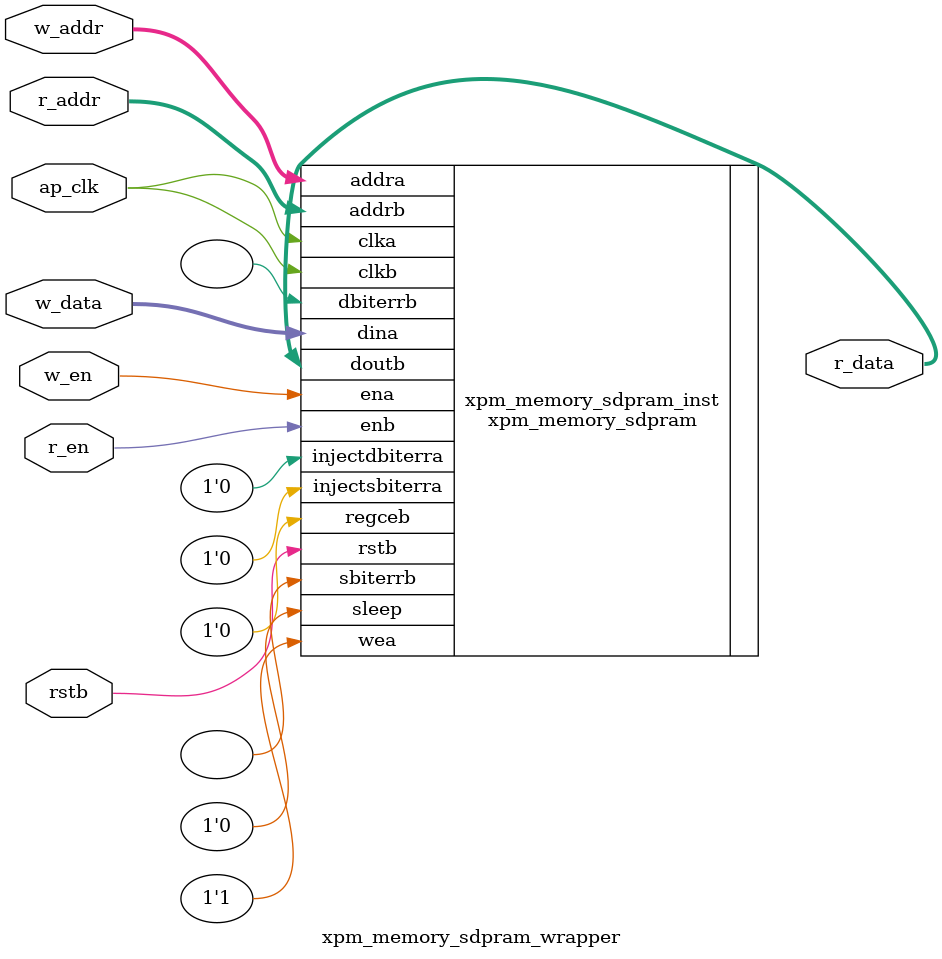
<source format=sv>

`include "global_package.vh"

module xpm_memory_sdpram_wrapper #(
  parameter HEXFILE = "none",
  parameter DATA_W  = 8     ,
  parameter ADDR_W  = 14
) (
  input  logic              ap_clk,
  input  logic              rstb  ,
  //write port
  input  logic              w_en  ,
  input  logic [ADDR_W-1:0] w_addr,
  input  logic [DATA_W-1:0] w_data,
  //read port
  input  logic              r_en  ,
  input  logic [ADDR_W-1:0] r_addr,
  output logic [DATA_W-1:0] r_data
);

  //this allows ISE 14.7 to work; do not remove
  localparam MEMORY_SIZE       = DATA_W * (2**ADDR_W);
  localparam mem_init_file_int = HEXFILE             ;

  // xpm_memory_sdpram: Simple Dual Port RAM
// Xilinx Parameterized Macro, version 2021.2

  xpm_memory_sdpram #(
    .ADDR_WIDTH_A           (ADDR_W           ), // DECIMAL
    .ADDR_WIDTH_B           (ADDR_W           ), // DECIMAL
    .AUTO_SLEEP_TIME        (0                ), // DECIMAL
    .BYTE_WRITE_WIDTH_A     (DATA_W           ), // DECIMAL
    .CASCADE_HEIGHT         (0                ), // DECIMAL
    .CLOCKING_MODE          ("common_clock"   ), // String
    .ECC_MODE               ("no_ecc"         ), // String
    .MEMORY_INIT_FILE       (mem_init_file_int), // String
    .MEMORY_INIT_PARAM      ("0"              ), // String
    .MEMORY_OPTIMIZATION    ("true"           ), // String
    .MEMORY_PRIMITIVE       ("auto"           ), // String
    .MEMORY_SIZE            (MEMORY_SIZE      ), // DECIMAL
    .MESSAGE_CONTROL        (0                ), // DECIMAL
    .READ_DATA_WIDTH_B      (DATA_W           ), // DECIMAL
    .READ_LATENCY_B         (1                ), // DECIMAL
    .READ_RESET_VALUE_B     ("0"              ), // String
    .RST_MODE_A             ("SYNC"           ), // String
    .RST_MODE_B             ("SYNC"           ), // String
    .SIM_ASSERT_CHK         (0                ), // DECIMAL; 0=disable simulation messages, 1=enable simulation messages
    .USE_EMBEDDED_CONSTRAINT(0                ), // DECIMAL
    .USE_MEM_INIT           (1                ), // DECIMAL
    .USE_MEM_INIT_MMI       (0                ), // DECIMAL
    .WAKEUP_TIME            ("disable_sleep"  ), // String
    .WRITE_DATA_WIDTH_A     (DATA_W           ), // DECIMAL
    .WRITE_MODE_B           ("no_change"      ), // String
    .WRITE_PROTECT          (1                )  // DECIMAL
  ) xpm_memory_sdpram_inst (
    .dbiterrb      (      ), // 1-bit output: Status signal to indicate double bit error occurrence
    // on the data output of port B.
    
    .doutb         (r_data), // READ_DATA_WIDTH_B-bit output: Data output for port B read operations.
    .sbiterrb      (      ), // 1-bit output: Status signal to indicate single bit error occurrence
    // on the data output of port B.
    
    .addra         (w_addr), // ADDR_WIDTH_A-bit input: Address for port A write operations.
    .addrb         (r_addr), // ADDR_WIDTH_B-bit input: Address for port B read operations.
    .clka          (ap_clk), // 1-bit input: Clock signal for port A. Also clocks port B when
    // parameter CLOCKING_MODE is "common_clock".
    
    .clkb          (ap_clk), // 1-bit input: Clock signal for port B when parameter CLOCKING_MODE is
    // "independent_clock". Unused when parameter CLOCKING_MODE is
    // "common_clock".
    
    .dina          (w_data), // WRITE_DATA_WIDTH_A-bit input: Data input for port A write operations.
    .ena           (w_en  ), // 1-bit input: Memory enable signal for port A. Must be high on clock
    // cycles when write operations are initiated. Pipelined internally.
    
    .enb           (r_en  ), // 1-bit input: Memory enable signal for port B. Must be high on clock
    // cycles when read operations are initiated. Pipelined internally.
    
    .injectdbiterra(1'b0  ), // 1-bit input: Controls double bit error injection on input data when
    // ECC enabled (Error injection capability is not available in
    // "decode_only" mode).
    
    .injectsbiterra(1'b0  ), // 1-bit input: Controls single bit error injection on input data when
    // ECC enabled (Error injection capability is not available in
    // "decode_only" mode).
    
    .regceb        (1'b0  ), // 1-bit input: Clock Enable for the last register stage on the output
    // data path.
    
    .rstb          (rstb  ), // 1-bit input: Reset signal for the final port B output register stage.
    // Synchronously resets output port doutb to the value specified by
    // parameter READ_RESET_VALUE_B.
    
    .sleep         (1'b0  ), // 1-bit input: sleep signal to enable the dynamic power saving feature.
    .wea           (1'b1  )  // WRITE_DATA_WIDTH_A/BYTE_WRITE_WIDTH_A-bit input: Write enable vector
    // for port A input data port dina. 1 bit wide when word-wide writes are
    // used. In byte-wide write configurations, each bit controls the
    // writing one byte of dina to address addra. For example, to
    // synchronously write only bits [15-8] of dina when WRITE_DATA_WIDTH_A
    // is 32, wea would be 4'b0010.
  );

// End of xpm_memory_sdpram_inst instantiation

endmodule : xpm_memory_sdpram_wrapper
</source>
